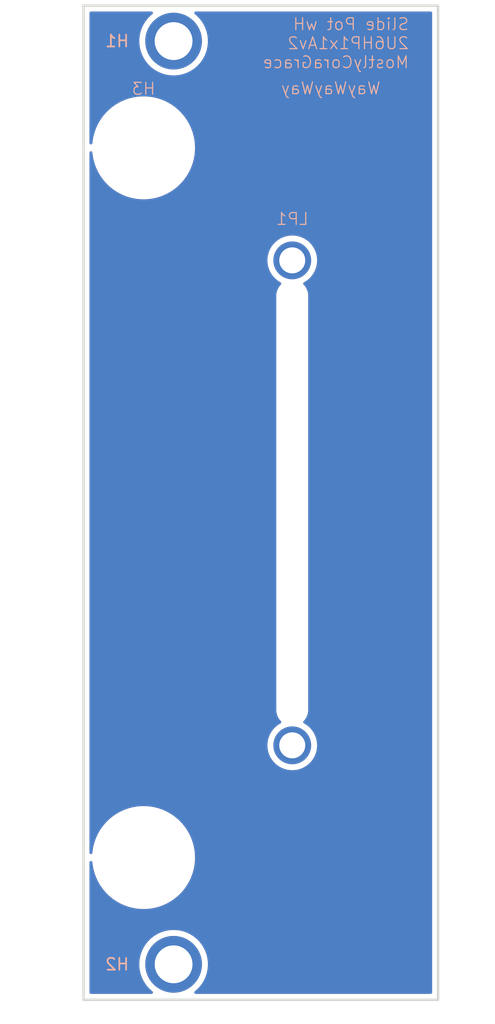
<source format=kicad_pcb>
(kicad_pcb (version 20241229) (generator "pcbnew") (generator_version "9.0")
  (layers (0 "F.Cu" signal) (2 "B.Cu" signal) (13 "F.Paste" user) (15 "B.Paste" user) (5 "F.SilkS" user "F.Silkscreen") (7 "B.SilkS" user "B.Silkscreen") (1 "F.Mask" user) (3 "B.Mask" user) (25 "Edge.Cuts" user))
  (net 0 "")
  (footprint "EXC:MountingHole_3.2mm_M3" (layer "F.Cu") (at 7.62 5.425)
    (property "Reference" "H1" (at -3.683 0 0) (layer "B.SilkS") (effects (justify left mirror)))
    (property "Value" "Eurorack_M3_MountingHole")
    (pad "" thru_hole circle (at 0 0) (size 4.8 4.8) (drill 3.2) (layers "*.Cu" "*.Mask"))
  )
  (footprint "EXC:MountingHole_3.2mm_M3" (layer "F.Cu") (at 7.62 83.475)
    (property "Reference" "H2" (at -3.683 0 0) (layer "B.SilkS") (effects (justify left mirror)))
    (property "Value" "Eurorack_M3_MountingHole")
    (pad "" thru_hole circle (at 0 0) (size 4.8 4.8) (drill 3.2) (layers "*.Cu" "*.Mask"))
  )
  (footprint "EXC:Linear_Potentiometer_45mm_M2_Panel_Mount" (layer "F.Cu") (at 17.66 44.4625)
    (property "Reference" "LP1" (at 0 -24.003 0) (layer "B.SilkS") (effects (font (thickness 0.1)) (justify mirror)))
    (property "Value" "Linear_Potentiometer_45mm_M2_Panel_Mount")
    (pad "" thru_hole circle (at 0 -20.5) (size 3.2 3.2) (drill 2.2) (layers "*.Cu" "*.Mask"))
    (pad "" np_thru_hole oval (at 0 0) (size 2.2 37.2) (drill oval 2.2 37.2) (layers "*.Cu" "*.Mask"))
    (pad "" thru_hole circle (at 0 20.5) (size 3.2 3.2) (drill 2.2) (layers "*.Cu" "*.Mask"))
  )
  (footprint "EXC:Handle_2UM4P60_B" (layer "F.Cu") (at 5.08 14.45)
    (property "Reference" "H3" (at 0 -5 0) (layer "B.SilkS") (effects (font (thickness 0.1)) (justify mirror)))
    (property "Value" "Handle_2UM4P60_PanelMount_B")
    (pad "" np_thru_hole circle (at 0 0) (size 8.2 8.2) (drill 8.2) (layers "*.Cu" "*.Mask"))
    (pad "" np_thru_hole circle (at 0 60) (size 8.2 8.2) (drill 8.2) (layers "*.Cu" "*.Mask"))
  )
  (gr_rect (start 0 2.425) (end 30 86.475) (stroke (width 0.2)) (fill no) (layer "Edge.Cuts"))
  (gr_text "Slide Pot wH\n2U6HP1x1Av2\nMostlyCoraGrace" (at 27.6 7.8 0) (layer "B.SilkS") (effects (font (size 1 1) (thickness 0.1)) (justify left bottom mirror)))
  (gr_text "WayWayWay" (at 25.2 10 0) (layer "B.SilkS") (effects (font (size 1 1) (thickness 0.1)) (justify left bottom mirror)))
  (zone (net 0) (net_name "") (layers "F.Cu" "B.Cu") (connect_pads (clearance 0.5)) (min_thickness 0.25) (fill yes (thermal_gap 0.5) (thermal_bridge_width 0.5) (island_removal_mode 1) (island_area_min 10))
    (polygon (pts (xy 0 2.425) (xy 30 2.425) (xy 30 86.475) (xy 0 86.475)))
  )
)
</source>
